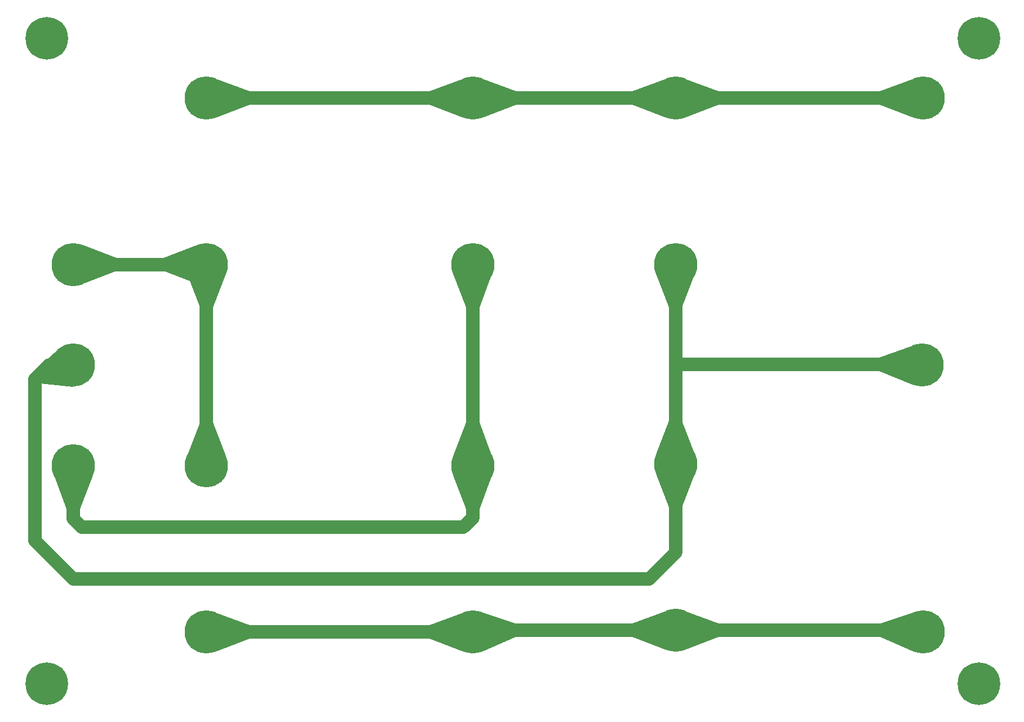
<source format=gbr>
%TF.GenerationSoftware,KiCad,Pcbnew,8.0.2*%
%TF.CreationDate,2024-06-17T23:47:08+07:00*%
%TF.ProjectId,Diode_AD_DC_Converter,44696f64-655f-4414-945f-44435f436f6e,rev?*%
%TF.SameCoordinates,Original*%
%TF.FileFunction,Copper,L2,Bot*%
%TF.FilePolarity,Positive*%
%FSLAX46Y46*%
G04 Gerber Fmt 4.6, Leading zero omitted, Abs format (unit mm)*
G04 Created by KiCad (PCBNEW 8.0.2) date 2024-06-17 23:47:08*
%MOMM*%
%LPD*%
G01*
G04 APERTURE LIST*
%TA.AperFunction,ComponentPad*%
%ADD10C,6.500000*%
%TD*%
%TA.AperFunction,ComponentPad*%
%ADD11C,6.400000*%
%TD*%
%TA.AperFunction,Conductor*%
%ADD12C,2.000000*%
%TD*%
G04 APERTURE END LIST*
D10*
%TO.P,D2,1,K*%
%TO.N,Net-(D1-K)*%
X128500000Y-46750000D03*
%TO.P,D2,2,A*%
%TO.N,Net-(D2-A)*%
X128500000Y-71750000D03*
%TD*%
%TO.P,C5,1*%
%TO.N,Net-(D1-K)*%
X158950000Y-46750000D03*
%TO.P,C5,2*%
%TO.N,GND*%
X158950000Y-71750000D03*
%TD*%
D11*
%TO.P,H2,1*%
%TO.N,N/C*%
X204500000Y-37750000D03*
%TD*%
%TO.P,H1,1*%
%TO.N,N/C*%
X64500000Y-37750000D03*
%TD*%
D10*
%TO.P,C6,1*%
%TO.N,GND*%
X158950000Y-101750000D03*
%TO.P,C6,2*%
%TO.N,Net-(D3-A)*%
X158950000Y-126750000D03*
%TD*%
%TO.P,J6,1,Pin_1*%
%TO.N,GND*%
X196000000Y-86875000D03*
%TD*%
%TO.P,D4,1,K*%
%TO.N,Net-(D2-A)*%
X128500000Y-102000000D03*
%TO.P,D4,2,A*%
%TO.N,Net-(D3-A)*%
X128500000Y-127000000D03*
%TD*%
%TO.P,D1,1,K*%
%TO.N,Net-(D1-K)*%
X88500000Y-46750000D03*
%TO.P,D1,2,A*%
%TO.N,Net-(D1-A)*%
X88500000Y-71750000D03*
%TD*%
D11*
%TO.P,H3,1*%
%TO.N,N/C*%
X64500000Y-134750000D03*
%TD*%
D10*
%TO.P,J3,1,Pin_1*%
%TO.N,Net-(D1-K)*%
X196164285Y-46750000D03*
%TD*%
%TO.P,J2,1,Pin_1*%
%TO.N,Net-(D2-A)*%
X68500000Y-102000000D03*
%TD*%
%TO.P,J5,1,Pin_1*%
%TO.N,GND*%
X68500000Y-86875000D03*
%TD*%
%TO.P,J1,1,Pin_1*%
%TO.N,Net-(D1-A)*%
X68500000Y-71750000D03*
%TD*%
D11*
%TO.P,H4,1*%
%TO.N,N/C*%
X204500000Y-134750000D03*
%TD*%
D10*
%TO.P,D3,1,K*%
%TO.N,Net-(D1-A)*%
X88500000Y-102000000D03*
%TO.P,D3,2,A*%
%TO.N,Net-(D3-A)*%
X88500000Y-127000000D03*
%TD*%
%TO.P,J4,1,Pin_1*%
%TO.N,Net-(D3-A)*%
X196164285Y-127000000D03*
%TD*%
D12*
%TO.N,Net-(D1-K)*%
X159000000Y-46750000D02*
X196164285Y-46750000D01*
X88500000Y-46750000D02*
X128500000Y-46750000D01*
X128500000Y-46750000D02*
X158950000Y-46750000D01*
X158950000Y-46800000D02*
X159000000Y-46750000D01*
%TO.N,Net-(D1-A)*%
X88500000Y-102000000D02*
X88500000Y-80500000D01*
X88500000Y-80500000D02*
X88500000Y-71750000D01*
X68500000Y-71750000D02*
X88500000Y-71750000D01*
%TO.N,Net-(D2-A)*%
X128500000Y-102000000D02*
X128500000Y-71750000D01*
X127100000Y-111250000D02*
X128500000Y-109850000D01*
X68500000Y-102000000D02*
X68500000Y-110000000D01*
X69750000Y-111250000D02*
X127100000Y-111250000D01*
X128500000Y-109850000D02*
X128500000Y-102000000D01*
X68500000Y-110000000D02*
X69750000Y-111250000D01*
%TO.N,Net-(D3-A)*%
X158950000Y-126950000D02*
X159000000Y-127000000D01*
X129650000Y-126750000D02*
X158950000Y-126750000D01*
X129400000Y-127000000D02*
X129650000Y-126750000D01*
X88500000Y-127000000D02*
X128500000Y-127000000D01*
X128500000Y-127000000D02*
X129400000Y-127000000D01*
X158950000Y-126750000D02*
X195914285Y-126750000D01*
X195914285Y-126750000D02*
X196164285Y-127000000D01*
%TO.N,GND*%
X155000000Y-119000000D02*
X158950000Y-115050000D01*
X68500000Y-86875000D02*
X64875000Y-86875000D01*
X158950000Y-115050000D02*
X158950000Y-101750000D01*
X158950000Y-72000000D02*
X158950000Y-86750000D01*
X62750000Y-113250000D02*
X68500000Y-119000000D01*
X196000000Y-86875000D02*
X195875000Y-86750000D01*
X158950000Y-86750000D02*
X158950000Y-101750000D01*
X195875000Y-86750000D02*
X158950000Y-86750000D01*
X68500000Y-119000000D02*
X155000000Y-119000000D01*
X62750000Y-89000000D02*
X62750000Y-113250000D01*
X64875000Y-86875000D02*
X62750000Y-89000000D01*
%TD*%
%TA.AperFunction,Conductor*%
%TO.N,Net-(D1-K)*%
G36*
X160370151Y-43825650D02*
G01*
X165442445Y-45747138D01*
X165448967Y-45753273D01*
X165450000Y-45758079D01*
X165450000Y-47741920D01*
X165446573Y-47750193D01*
X165442445Y-47752861D01*
X160370151Y-49674349D01*
X160361200Y-49674075D01*
X160355466Y-49668487D01*
X159941052Y-48808559D01*
X158951446Y-46755077D01*
X158950942Y-46746139D01*
X158951442Y-46744930D01*
X160355466Y-43831511D01*
X160362145Y-43825546D01*
X160370151Y-43825650D01*
G37*
%TD.AperFunction*%
%TD*%
%TA.AperFunction,Conductor*%
%TO.N,GND*%
G36*
X194588923Y-83950826D02*
G01*
X194594437Y-83956312D01*
X195998552Y-86869921D01*
X195999057Y-86878861D01*
X195998552Y-86880079D01*
X194594638Y-89793269D01*
X194587959Y-89799235D01*
X194579711Y-89799036D01*
X189521397Y-87752958D01*
X189515012Y-87746679D01*
X189514084Y-87742112D01*
X189514084Y-85758260D01*
X189517511Y-85749987D01*
X189521867Y-85747235D01*
X194579982Y-83950366D01*
X194588923Y-83950826D01*
G37*
%TD.AperFunction*%
%TD*%
%TA.AperFunction,Conductor*%
%TO.N,Net-(D3-A)*%
G36*
X160370151Y-123825650D02*
G01*
X165442445Y-125747138D01*
X165448967Y-125753273D01*
X165450000Y-125758079D01*
X165450000Y-127741920D01*
X165446573Y-127750193D01*
X165442445Y-127752861D01*
X160370151Y-129674349D01*
X160361200Y-129674075D01*
X160355466Y-129668487D01*
X159941052Y-128808559D01*
X158951446Y-126755077D01*
X158950942Y-126746139D01*
X158951442Y-126744930D01*
X160355466Y-123831511D01*
X160362145Y-123825546D01*
X160370151Y-123825650D01*
G37*
%TD.AperFunction*%
%TD*%
%TA.AperFunction,Conductor*%
%TO.N,Net-(D1-A)*%
G36*
X88505069Y-71751442D02*
G01*
X90558559Y-72741052D01*
X91418487Y-73155466D01*
X91424453Y-73162145D01*
X91424349Y-73170151D01*
X89502862Y-78242445D01*
X89496727Y-78248967D01*
X89491921Y-78250000D01*
X87508079Y-78250000D01*
X87499806Y-78246573D01*
X87497138Y-78242445D01*
X85575650Y-73170151D01*
X85575924Y-73161200D01*
X85581512Y-73155466D01*
X88494922Y-71751446D01*
X88503861Y-71750942D01*
X88505069Y-71751442D01*
G37*
%TD.AperFunction*%
%TD*%
%TA.AperFunction,Conductor*%
%TO.N,Net-(D3-A)*%
G36*
X127088799Y-124075924D02*
G01*
X127094533Y-124081512D01*
X128498552Y-126994921D01*
X128499057Y-127003861D01*
X128498552Y-127005079D01*
X127094533Y-129918487D01*
X127087854Y-129924453D01*
X127079848Y-129924349D01*
X122007555Y-128002861D01*
X122001033Y-127996726D01*
X122000000Y-127991920D01*
X122000000Y-126008079D01*
X122003427Y-125999806D01*
X122007555Y-125997138D01*
X127079849Y-124075650D01*
X127088799Y-124075924D01*
G37*
%TD.AperFunction*%
%TD*%
%TA.AperFunction,Conductor*%
%TO.N,Net-(D2-A)*%
G36*
X128505069Y-71751442D02*
G01*
X130558559Y-72741052D01*
X131418487Y-73155466D01*
X131424453Y-73162145D01*
X131424349Y-73170151D01*
X129502862Y-78242445D01*
X129496727Y-78248967D01*
X129491921Y-78250000D01*
X127508079Y-78250000D01*
X127499806Y-78246573D01*
X127497138Y-78242445D01*
X125575650Y-73170151D01*
X125575924Y-73161200D01*
X125581512Y-73155466D01*
X128494922Y-71751446D01*
X128503861Y-71750942D01*
X128505069Y-71751442D01*
G37*
%TD.AperFunction*%
%TD*%
%TA.AperFunction,Conductor*%
%TO.N,Net-(D3-A)*%
G36*
X195437789Y-123836198D02*
G01*
X195443658Y-123842961D01*
X195443966Y-123844058D01*
X196164372Y-126996005D01*
X196163506Y-127003691D01*
X194759030Y-129918049D01*
X194752351Y-129924015D01*
X194743865Y-129923717D01*
X189699528Y-127753044D01*
X189693283Y-127746626D01*
X189692453Y-127742297D01*
X189692453Y-125758429D01*
X189695880Y-125750156D01*
X189700447Y-125747332D01*
X195428857Y-123835567D01*
X195437789Y-123836198D01*
G37*
%TD.AperFunction*%
%TD*%
%TA.AperFunction,Conductor*%
%TO.N,Net-(D1-A)*%
G36*
X87088799Y-68825924D02*
G01*
X87094533Y-68831512D01*
X88498552Y-71744921D01*
X88499057Y-71753861D01*
X88498552Y-71755079D01*
X87094533Y-74668487D01*
X87087854Y-74674453D01*
X87079848Y-74674349D01*
X82007555Y-72752861D01*
X82001033Y-72746726D01*
X82000000Y-72741920D01*
X82000000Y-70758079D01*
X82003427Y-70749806D01*
X82007555Y-70747138D01*
X87079849Y-68825650D01*
X87088799Y-68825924D01*
G37*
%TD.AperFunction*%
%TD*%
%TA.AperFunction,Conductor*%
%TO.N,Net-(D1-K)*%
G36*
X194753084Y-43825924D02*
G01*
X194758818Y-43831512D01*
X196162837Y-46744921D01*
X196163342Y-46753861D01*
X196162837Y-46755079D01*
X194758818Y-49668487D01*
X194752139Y-49674453D01*
X194744133Y-49674349D01*
X189671840Y-47752861D01*
X189665318Y-47746726D01*
X189664285Y-47741920D01*
X189664285Y-45758079D01*
X189667712Y-45749806D01*
X189671840Y-45747138D01*
X194744134Y-43825650D01*
X194753084Y-43825924D01*
G37*
%TD.AperFunction*%
%TD*%
%TA.AperFunction,Conductor*%
%TO.N,GND*%
G36*
X158955069Y-71751442D02*
G01*
X161008559Y-72741052D01*
X161868487Y-73155466D01*
X161874453Y-73162145D01*
X161874349Y-73170151D01*
X159952862Y-78242445D01*
X159946727Y-78248967D01*
X159941921Y-78250000D01*
X157958079Y-78250000D01*
X157949806Y-78246573D01*
X157947138Y-78242445D01*
X156025650Y-73170151D01*
X156025924Y-73161200D01*
X156031512Y-73155466D01*
X158944922Y-71751446D01*
X158953861Y-71750942D01*
X158955069Y-71751442D01*
G37*
%TD.AperFunction*%
%TD*%
%TA.AperFunction,Conductor*%
%TO.N,Net-(D1-K)*%
G36*
X127088799Y-43825924D02*
G01*
X127094533Y-43831512D01*
X128498552Y-46744921D01*
X128499057Y-46753861D01*
X128498552Y-46755079D01*
X127094533Y-49668487D01*
X127087854Y-49674453D01*
X127079848Y-49674349D01*
X122007555Y-47752861D01*
X122001033Y-47746726D01*
X122000000Y-47741920D01*
X122000000Y-45758079D01*
X122003427Y-45749806D01*
X122007555Y-45747138D01*
X127079849Y-43825650D01*
X127088799Y-43825924D01*
G37*
%TD.AperFunction*%
%TD*%
%TA.AperFunction,Conductor*%
%TO.N,Net-(D1-K)*%
G36*
X157538799Y-43825924D02*
G01*
X157544533Y-43831512D01*
X158948552Y-46744921D01*
X158949057Y-46753861D01*
X158948552Y-46755079D01*
X157544533Y-49668487D01*
X157537854Y-49674453D01*
X157529848Y-49674349D01*
X152457555Y-47752861D01*
X152451033Y-47746726D01*
X152450000Y-47741920D01*
X152450000Y-45758079D01*
X152453427Y-45749806D01*
X152457555Y-45747138D01*
X157529849Y-43825650D01*
X157538799Y-43825924D01*
G37*
%TD.AperFunction*%
%TD*%
%TA.AperFunction,Conductor*%
%TO.N,GND*%
G36*
X159950194Y-95253427D02*
G01*
X159952862Y-95257555D01*
X161874349Y-100329848D01*
X161874075Y-100338799D01*
X161868487Y-100344533D01*
X158955079Y-101748552D01*
X158946139Y-101749057D01*
X158944921Y-101748552D01*
X156031512Y-100344533D01*
X156025546Y-100337854D01*
X156025649Y-100329849D01*
X157947138Y-95257554D01*
X157953273Y-95251033D01*
X157958079Y-95250000D01*
X159941921Y-95250000D01*
X159950194Y-95253427D01*
G37*
%TD.AperFunction*%
%TD*%
%TA.AperFunction,Conductor*%
%TO.N,Net-(D1-A)*%
G36*
X89500194Y-95503427D02*
G01*
X89502862Y-95507555D01*
X91424349Y-100579848D01*
X91424075Y-100588799D01*
X91418487Y-100594533D01*
X88505079Y-101998552D01*
X88496139Y-101999057D01*
X88494921Y-101998552D01*
X85581512Y-100594533D01*
X85575546Y-100587854D01*
X85575649Y-100579849D01*
X87497138Y-95507554D01*
X87503273Y-95501033D01*
X87508079Y-95500000D01*
X89491921Y-95500000D01*
X89500194Y-95503427D01*
G37*
%TD.AperFunction*%
%TD*%
%TA.AperFunction,Conductor*%
%TO.N,GND*%
G36*
X158955069Y-101751442D02*
G01*
X161008559Y-102741052D01*
X161868487Y-103155466D01*
X161874453Y-103162145D01*
X161874349Y-103170151D01*
X159952862Y-108242445D01*
X159946727Y-108248967D01*
X159941921Y-108250000D01*
X157958079Y-108250000D01*
X157949806Y-108246573D01*
X157947138Y-108242445D01*
X156025650Y-103170151D01*
X156025924Y-103161200D01*
X156031512Y-103155466D01*
X158944922Y-101751446D01*
X158953861Y-101750942D01*
X158955069Y-101751442D01*
G37*
%TD.AperFunction*%
%TD*%
%TA.AperFunction,Conductor*%
%TO.N,Net-(D3-A)*%
G36*
X89920151Y-124075650D02*
G01*
X94992445Y-125997138D01*
X94998967Y-126003273D01*
X95000000Y-126008079D01*
X95000000Y-127991920D01*
X94996573Y-128000193D01*
X94992445Y-128002861D01*
X89920151Y-129924349D01*
X89911200Y-129924075D01*
X89905466Y-129918487D01*
X89491052Y-129058559D01*
X88501446Y-127005077D01*
X88500942Y-126996139D01*
X88501442Y-126994930D01*
X89905466Y-124081511D01*
X89912145Y-124075546D01*
X89920151Y-124075650D01*
G37*
%TD.AperFunction*%
%TD*%
%TA.AperFunction,Conductor*%
%TO.N,Net-(D1-A)*%
G36*
X69920151Y-68825650D02*
G01*
X74992445Y-70747138D01*
X74998967Y-70753273D01*
X75000000Y-70758079D01*
X75000000Y-72741920D01*
X74996573Y-72750193D01*
X74992445Y-72752861D01*
X69920151Y-74674349D01*
X69911200Y-74674075D01*
X69905466Y-74668487D01*
X69491052Y-73808559D01*
X68501446Y-71755077D01*
X68500942Y-71746139D01*
X68501442Y-71744930D01*
X69905466Y-68831511D01*
X69912145Y-68825546D01*
X69920151Y-68825650D01*
G37*
%TD.AperFunction*%
%TD*%
%TA.AperFunction,Conductor*%
%TO.N,Net-(D1-K)*%
G36*
X129920151Y-43825650D02*
G01*
X134992445Y-45747138D01*
X134998967Y-45753273D01*
X135000000Y-45758079D01*
X135000000Y-47741920D01*
X134996573Y-47750193D01*
X134992445Y-47752861D01*
X129920151Y-49674349D01*
X129911200Y-49674075D01*
X129905466Y-49668487D01*
X129491052Y-48808559D01*
X128501446Y-46755077D01*
X128500942Y-46746139D01*
X128501442Y-46744930D01*
X129905466Y-43831511D01*
X129912145Y-43825546D01*
X129920151Y-43825650D01*
G37*
%TD.AperFunction*%
%TD*%
%TA.AperFunction,Conductor*%
%TO.N,Net-(D1-K)*%
G36*
X89920151Y-43825650D02*
G01*
X94992445Y-45747138D01*
X94998967Y-45753273D01*
X95000000Y-45758079D01*
X95000000Y-47741920D01*
X94996573Y-47750193D01*
X94992445Y-47752861D01*
X89920151Y-49674349D01*
X89911200Y-49674075D01*
X89905466Y-49668487D01*
X89491052Y-48808559D01*
X88501446Y-46755077D01*
X88500942Y-46746139D01*
X88501442Y-46744930D01*
X89905466Y-43831511D01*
X89912145Y-43825546D01*
X89920151Y-43825650D01*
G37*
%TD.AperFunction*%
%TD*%
%TA.AperFunction,Conductor*%
%TO.N,Net-(D3-A)*%
G36*
X129235423Y-123835565D02*
G01*
X134963836Y-125747331D01*
X134970599Y-125753200D01*
X134971832Y-125758429D01*
X134971832Y-127742297D01*
X134968405Y-127750570D01*
X134964757Y-127753044D01*
X129920419Y-129923717D01*
X129911465Y-129923840D01*
X129905255Y-129918050D01*
X128500777Y-127003688D01*
X128499912Y-126996008D01*
X129220319Y-123844055D01*
X129225502Y-123836756D01*
X129234331Y-123835259D01*
X129235423Y-123835565D01*
G37*
%TD.AperFunction*%
%TD*%
%TA.AperFunction,Conductor*%
%TO.N,Net-(D2-A)*%
G36*
X128505069Y-102001442D02*
G01*
X130558559Y-102991052D01*
X131418487Y-103405466D01*
X131424453Y-103412145D01*
X131424349Y-103420151D01*
X129502862Y-108492445D01*
X129496727Y-108498967D01*
X129491921Y-108500000D01*
X127508079Y-108500000D01*
X127499806Y-108496573D01*
X127497138Y-108492445D01*
X125575650Y-103420151D01*
X125575924Y-103411200D01*
X125581512Y-103405466D01*
X128494922Y-102001446D01*
X128503861Y-102000942D01*
X128505069Y-102001442D01*
G37*
%TD.AperFunction*%
%TD*%
%TA.AperFunction,Conductor*%
%TO.N,Net-(D3-A)*%
G36*
X157538799Y-123825924D02*
G01*
X157544533Y-123831512D01*
X158948552Y-126744921D01*
X158949057Y-126753861D01*
X158948552Y-126755079D01*
X157544533Y-129668487D01*
X157537854Y-129674453D01*
X157529848Y-129674349D01*
X152457555Y-127752861D01*
X152451033Y-127746726D01*
X152450000Y-127741920D01*
X152450000Y-125758079D01*
X152453427Y-125749806D01*
X152457555Y-125747138D01*
X157529849Y-123825650D01*
X157538799Y-123825924D01*
G37*
%TD.AperFunction*%
%TD*%
%TA.AperFunction,Conductor*%
%TO.N,Net-(D2-A)*%
G36*
X129500194Y-95503427D02*
G01*
X129502862Y-95507555D01*
X131424349Y-100579848D01*
X131424075Y-100588799D01*
X131418487Y-100594533D01*
X128505079Y-101998552D01*
X128496139Y-101999057D01*
X128494921Y-101998552D01*
X125581512Y-100594533D01*
X125575546Y-100587854D01*
X125575649Y-100579849D01*
X127497138Y-95507554D01*
X127503273Y-95501033D01*
X127508079Y-95500000D01*
X129491921Y-95500000D01*
X129500194Y-95503427D01*
G37*
%TD.AperFunction*%
%TD*%
%TA.AperFunction,Conductor*%
%TO.N,Net-(D2-A)*%
G36*
X68505069Y-102001442D02*
G01*
X70558559Y-102991052D01*
X71418487Y-103405466D01*
X71424453Y-103412145D01*
X71424349Y-103420151D01*
X69502862Y-108492445D01*
X69496727Y-108498967D01*
X69491921Y-108500000D01*
X67508079Y-108500000D01*
X67499806Y-108496573D01*
X67497138Y-108492445D01*
X65575650Y-103420151D01*
X65575924Y-103411200D01*
X65581512Y-103405466D01*
X68494922Y-102001446D01*
X68503861Y-102000942D01*
X68505069Y-102001442D01*
G37*
%TD.AperFunction*%
%TD*%
%TA.AperFunction,Conductor*%
%TO.N,GND*%
G36*
X66480953Y-84343218D02*
G01*
X66481363Y-84343704D01*
X68498151Y-86871090D01*
X68500706Y-86878391D01*
X68500002Y-90112036D01*
X68496573Y-90120308D01*
X68488299Y-90123733D01*
X68487103Y-90123671D01*
X63553309Y-89615463D01*
X63546235Y-89612098D01*
X62143724Y-88209587D01*
X62140297Y-88201314D01*
X62143724Y-88193041D01*
X62144190Y-88192600D01*
X66464437Y-84342265D01*
X66472890Y-84339321D01*
X66480953Y-84343218D01*
G37*
%TD.AperFunction*%
%TD*%
M02*

</source>
